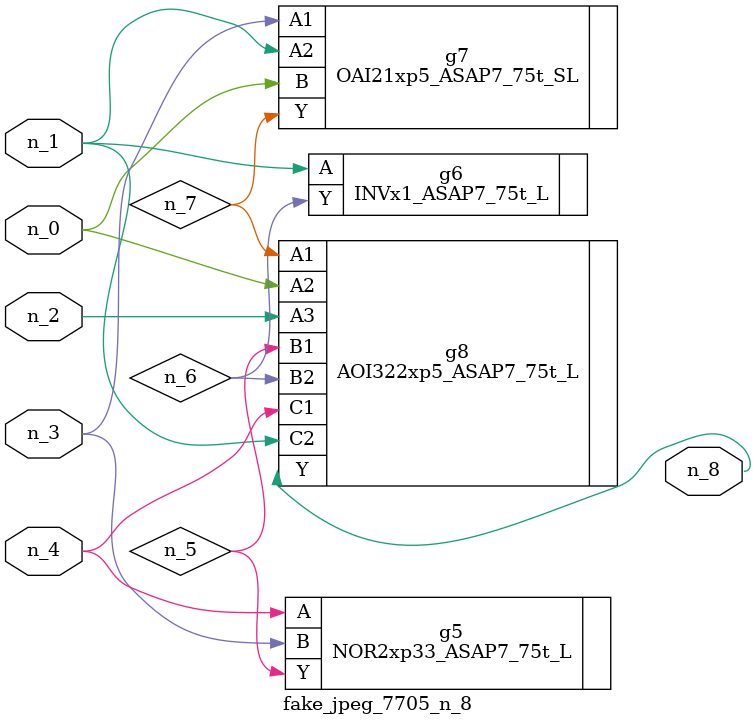
<source format=v>
module fake_jpeg_7705_n_8 (n_3, n_2, n_1, n_0, n_4, n_8);

input n_3;
input n_2;
input n_1;
input n_0;
input n_4;

output n_8;

wire n_6;
wire n_5;
wire n_7;

NOR2xp33_ASAP7_75t_L g5 ( 
.A(n_4),
.B(n_3),
.Y(n_5)
);

INVx1_ASAP7_75t_L g6 ( 
.A(n_1),
.Y(n_6)
);

OAI21xp5_ASAP7_75t_SL g7 ( 
.A1(n_3),
.A2(n_1),
.B(n_0),
.Y(n_7)
);

AOI322xp5_ASAP7_75t_L g8 ( 
.A1(n_7),
.A2(n_0),
.A3(n_2),
.B1(n_5),
.B2(n_6),
.C1(n_4),
.C2(n_1),
.Y(n_8)
);


endmodule
</source>
